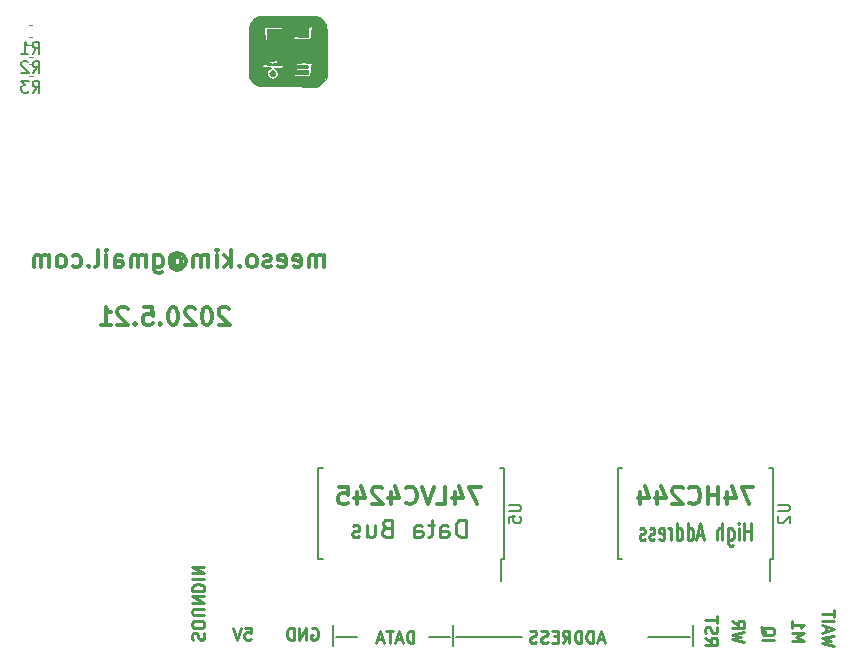
<source format=gbr>
G04 #@! TF.GenerationSoftware,KiCad,Pcbnew,5.1.5-52549c5~86~ubuntu18.04.1*
G04 #@! TF.CreationDate,2020-05-20T13:59:01+09:00*
G04 #@! TF.ProjectId,rpmpv1,72706d70-7631-42e6-9b69-6361645f7063,rev?*
G04 #@! TF.SameCoordinates,Original*
G04 #@! TF.FileFunction,Legend,Bot*
G04 #@! TF.FilePolarity,Positive*
%FSLAX46Y46*%
G04 Gerber Fmt 4.6, Leading zero omitted, Abs format (unit mm)*
G04 Created by KiCad (PCBNEW 5.1.5-52549c5~86~ubuntu18.04.1) date 2020-05-20 13:59:01*
%MOMM*%
%LPD*%
G04 APERTURE LIST*
%ADD10C,0.150000*%
%ADD11C,0.250000*%
%ADD12C,0.300000*%
%ADD13C,0.010000*%
%ADD14C,0.120000*%
G04 APERTURE END LIST*
D10*
X168910000Y-103632000D02*
X168910000Y-105410000D01*
X138430000Y-103632000D02*
X138430000Y-105410000D01*
X148590000Y-103632000D02*
X148590000Y-105410000D01*
X138684000Y-104648000D02*
X140462000Y-104648000D01*
X148336000Y-104648000D02*
X146558000Y-104648000D01*
X165100000Y-104648000D02*
X168656000Y-104648000D01*
X154432000Y-104648000D02*
X148844000Y-104648000D01*
D11*
X149692714Y-96182571D02*
X149692714Y-94682571D01*
X149335571Y-94682571D01*
X149121285Y-94754000D01*
X148978428Y-94896857D01*
X148907000Y-95039714D01*
X148835571Y-95325428D01*
X148835571Y-95539714D01*
X148907000Y-95825428D01*
X148978428Y-95968285D01*
X149121285Y-96111142D01*
X149335571Y-96182571D01*
X149692714Y-96182571D01*
X147549857Y-96182571D02*
X147549857Y-95396857D01*
X147621285Y-95254000D01*
X147764142Y-95182571D01*
X148049857Y-95182571D01*
X148192714Y-95254000D01*
X147549857Y-96111142D02*
X147692714Y-96182571D01*
X148049857Y-96182571D01*
X148192714Y-96111142D01*
X148264142Y-95968285D01*
X148264142Y-95825428D01*
X148192714Y-95682571D01*
X148049857Y-95611142D01*
X147692714Y-95611142D01*
X147549857Y-95539714D01*
X147049857Y-95182571D02*
X146478428Y-95182571D01*
X146835571Y-94682571D02*
X146835571Y-95968285D01*
X146764142Y-96111142D01*
X146621285Y-96182571D01*
X146478428Y-96182571D01*
X145335571Y-96182571D02*
X145335571Y-95396857D01*
X145407000Y-95254000D01*
X145549857Y-95182571D01*
X145835571Y-95182571D01*
X145978428Y-95254000D01*
X145335571Y-96111142D02*
X145478428Y-96182571D01*
X145835571Y-96182571D01*
X145978428Y-96111142D01*
X146049857Y-95968285D01*
X146049857Y-95825428D01*
X145978428Y-95682571D01*
X145835571Y-95611142D01*
X145478428Y-95611142D01*
X145335571Y-95539714D01*
X142978428Y-95396857D02*
X142764142Y-95468285D01*
X142692714Y-95539714D01*
X142621285Y-95682571D01*
X142621285Y-95896857D01*
X142692714Y-96039714D01*
X142764142Y-96111142D01*
X142907000Y-96182571D01*
X143478428Y-96182571D01*
X143478428Y-94682571D01*
X142978428Y-94682571D01*
X142835571Y-94754000D01*
X142764142Y-94825428D01*
X142692714Y-94968285D01*
X142692714Y-95111142D01*
X142764142Y-95254000D01*
X142835571Y-95325428D01*
X142978428Y-95396857D01*
X143478428Y-95396857D01*
X141335571Y-95182571D02*
X141335571Y-96182571D01*
X141978428Y-95182571D02*
X141978428Y-95968285D01*
X141907000Y-96111142D01*
X141764142Y-96182571D01*
X141549857Y-96182571D01*
X141407000Y-96111142D01*
X141335571Y-96039714D01*
X140692714Y-96111142D02*
X140549857Y-96182571D01*
X140264142Y-96182571D01*
X140121285Y-96111142D01*
X140049857Y-95968285D01*
X140049857Y-95896857D01*
X140121285Y-95754000D01*
X140264142Y-95682571D01*
X140478428Y-95682571D01*
X140621285Y-95611142D01*
X140692714Y-95468285D01*
X140692714Y-95396857D01*
X140621285Y-95254000D01*
X140478428Y-95182571D01*
X140264142Y-95182571D01*
X140121285Y-95254000D01*
X173854476Y-96436571D02*
X173854476Y-94936571D01*
X173854476Y-95650857D02*
X173283047Y-95650857D01*
X173283047Y-96436571D02*
X173283047Y-94936571D01*
X172806857Y-96436571D02*
X172806857Y-95436571D01*
X172806857Y-94936571D02*
X172854476Y-95008000D01*
X172806857Y-95079428D01*
X172759238Y-95008000D01*
X172806857Y-94936571D01*
X172806857Y-95079428D01*
X171902095Y-95436571D02*
X171902095Y-96650857D01*
X171949714Y-96793714D01*
X171997333Y-96865142D01*
X172092571Y-96936571D01*
X172235428Y-96936571D01*
X172330666Y-96865142D01*
X171902095Y-96365142D02*
X171997333Y-96436571D01*
X172187809Y-96436571D01*
X172283047Y-96365142D01*
X172330666Y-96293714D01*
X172378285Y-96150857D01*
X172378285Y-95722285D01*
X172330666Y-95579428D01*
X172283047Y-95508000D01*
X172187809Y-95436571D01*
X171997333Y-95436571D01*
X171902095Y-95508000D01*
X171425904Y-96436571D02*
X171425904Y-94936571D01*
X170997333Y-96436571D02*
X170997333Y-95650857D01*
X171044952Y-95508000D01*
X171140190Y-95436571D01*
X171283047Y-95436571D01*
X171378285Y-95508000D01*
X171425904Y-95579428D01*
X169806857Y-96008000D02*
X169330666Y-96008000D01*
X169902095Y-96436571D02*
X169568761Y-94936571D01*
X169235428Y-96436571D01*
X168473523Y-96436571D02*
X168473523Y-94936571D01*
X168473523Y-96365142D02*
X168568761Y-96436571D01*
X168759238Y-96436571D01*
X168854476Y-96365142D01*
X168902095Y-96293714D01*
X168949714Y-96150857D01*
X168949714Y-95722285D01*
X168902095Y-95579428D01*
X168854476Y-95508000D01*
X168759238Y-95436571D01*
X168568761Y-95436571D01*
X168473523Y-95508000D01*
X167568761Y-96436571D02*
X167568761Y-94936571D01*
X167568761Y-96365142D02*
X167664000Y-96436571D01*
X167854476Y-96436571D01*
X167949714Y-96365142D01*
X167997333Y-96293714D01*
X168044952Y-96150857D01*
X168044952Y-95722285D01*
X167997333Y-95579428D01*
X167949714Y-95508000D01*
X167854476Y-95436571D01*
X167664000Y-95436571D01*
X167568761Y-95508000D01*
X167092571Y-96436571D02*
X167092571Y-95436571D01*
X167092571Y-95722285D02*
X167044952Y-95579428D01*
X166997333Y-95508000D01*
X166902095Y-95436571D01*
X166806857Y-95436571D01*
X166092571Y-96365142D02*
X166187809Y-96436571D01*
X166378285Y-96436571D01*
X166473523Y-96365142D01*
X166521142Y-96222285D01*
X166521142Y-95650857D01*
X166473523Y-95508000D01*
X166378285Y-95436571D01*
X166187809Y-95436571D01*
X166092571Y-95508000D01*
X166044952Y-95650857D01*
X166044952Y-95793714D01*
X166521142Y-95936571D01*
X165664000Y-96365142D02*
X165568761Y-96436571D01*
X165378285Y-96436571D01*
X165283047Y-96365142D01*
X165235428Y-96222285D01*
X165235428Y-96150857D01*
X165283047Y-96008000D01*
X165378285Y-95936571D01*
X165521142Y-95936571D01*
X165616380Y-95865142D01*
X165664000Y-95722285D01*
X165664000Y-95650857D01*
X165616380Y-95508000D01*
X165521142Y-95436571D01*
X165378285Y-95436571D01*
X165283047Y-95508000D01*
X164854476Y-96365142D02*
X164759238Y-96436571D01*
X164568761Y-96436571D01*
X164473523Y-96365142D01*
X164425904Y-96222285D01*
X164425904Y-96150857D01*
X164473523Y-96008000D01*
X164568761Y-95936571D01*
X164711619Y-95936571D01*
X164806857Y-95865142D01*
X164854476Y-95722285D01*
X164854476Y-95650857D01*
X164806857Y-95508000D01*
X164711619Y-95436571D01*
X164568761Y-95436571D01*
X164473523Y-95508000D01*
X126595238Y-104846047D02*
X126547619Y-104703190D01*
X126547619Y-104465095D01*
X126595238Y-104369857D01*
X126642857Y-104322238D01*
X126738095Y-104274619D01*
X126833333Y-104274619D01*
X126928571Y-104322238D01*
X126976190Y-104369857D01*
X127023809Y-104465095D01*
X127071428Y-104655571D01*
X127119047Y-104750809D01*
X127166666Y-104798428D01*
X127261904Y-104846047D01*
X127357142Y-104846047D01*
X127452380Y-104798428D01*
X127500000Y-104750809D01*
X127547619Y-104655571D01*
X127547619Y-104417476D01*
X127500000Y-104274619D01*
X127547619Y-103655571D02*
X127547619Y-103465095D01*
X127500000Y-103369857D01*
X127404761Y-103274619D01*
X127214285Y-103227000D01*
X126880952Y-103227000D01*
X126690476Y-103274619D01*
X126595238Y-103369857D01*
X126547619Y-103465095D01*
X126547619Y-103655571D01*
X126595238Y-103750809D01*
X126690476Y-103846047D01*
X126880952Y-103893666D01*
X127214285Y-103893666D01*
X127404761Y-103846047D01*
X127500000Y-103750809D01*
X127547619Y-103655571D01*
X127547619Y-102798428D02*
X126738095Y-102798428D01*
X126642857Y-102750809D01*
X126595238Y-102703190D01*
X126547619Y-102607952D01*
X126547619Y-102417476D01*
X126595238Y-102322238D01*
X126642857Y-102274619D01*
X126738095Y-102227000D01*
X127547619Y-102227000D01*
X126547619Y-101750809D02*
X127547619Y-101750809D01*
X126547619Y-101179380D01*
X127547619Y-101179380D01*
X126547619Y-100703190D02*
X127547619Y-100703190D01*
X127547619Y-100465095D01*
X127500000Y-100322238D01*
X127404761Y-100227000D01*
X127309523Y-100179380D01*
X127119047Y-100131761D01*
X126976190Y-100131761D01*
X126785714Y-100179380D01*
X126690476Y-100227000D01*
X126595238Y-100322238D01*
X126547619Y-100465095D01*
X126547619Y-100703190D01*
X126547619Y-99703190D02*
X127547619Y-99703190D01*
X126547619Y-99227000D02*
X127547619Y-99227000D01*
X126547619Y-98655571D01*
X127547619Y-98655571D01*
D12*
X150978428Y-91888571D02*
X149978428Y-91888571D01*
X150621285Y-93388571D01*
X148764142Y-92388571D02*
X148764142Y-93388571D01*
X149121285Y-91817142D02*
X149478428Y-92888571D01*
X148549857Y-92888571D01*
X147264142Y-93388571D02*
X147978428Y-93388571D01*
X147978428Y-91888571D01*
X146978428Y-91888571D02*
X146478428Y-93388571D01*
X145978428Y-91888571D01*
X144621285Y-93245714D02*
X144692714Y-93317142D01*
X144907000Y-93388571D01*
X145049857Y-93388571D01*
X145264142Y-93317142D01*
X145407000Y-93174285D01*
X145478428Y-93031428D01*
X145549857Y-92745714D01*
X145549857Y-92531428D01*
X145478428Y-92245714D01*
X145407000Y-92102857D01*
X145264142Y-91960000D01*
X145049857Y-91888571D01*
X144907000Y-91888571D01*
X144692714Y-91960000D01*
X144621285Y-92031428D01*
X143335571Y-92388571D02*
X143335571Y-93388571D01*
X143692714Y-91817142D02*
X144049857Y-92888571D01*
X143121285Y-92888571D01*
X142621285Y-92031428D02*
X142549857Y-91960000D01*
X142407000Y-91888571D01*
X142049857Y-91888571D01*
X141907000Y-91960000D01*
X141835571Y-92031428D01*
X141764142Y-92174285D01*
X141764142Y-92317142D01*
X141835571Y-92531428D01*
X142692714Y-93388571D01*
X141764142Y-93388571D01*
X140478428Y-92388571D02*
X140478428Y-93388571D01*
X140835571Y-91817142D02*
X141192714Y-92888571D01*
X140264142Y-92888571D01*
X138978428Y-91888571D02*
X139692714Y-91888571D01*
X139764142Y-92602857D01*
X139692714Y-92531428D01*
X139549857Y-92460000D01*
X139192714Y-92460000D01*
X139049857Y-92531428D01*
X138978428Y-92602857D01*
X138907000Y-92745714D01*
X138907000Y-93102857D01*
X138978428Y-93245714D01*
X139049857Y-93317142D01*
X139192714Y-93388571D01*
X139549857Y-93388571D01*
X139692714Y-93317142D01*
X139764142Y-93245714D01*
X174056857Y-91888571D02*
X173056857Y-91888571D01*
X173699714Y-93388571D01*
X171842571Y-92388571D02*
X171842571Y-93388571D01*
X172199714Y-91817142D02*
X172556857Y-92888571D01*
X171628285Y-92888571D01*
X171056857Y-93388571D02*
X171056857Y-91888571D01*
X171056857Y-92602857D02*
X170199714Y-92602857D01*
X170199714Y-93388571D02*
X170199714Y-91888571D01*
X168628285Y-93245714D02*
X168699714Y-93317142D01*
X168914000Y-93388571D01*
X169056857Y-93388571D01*
X169271142Y-93317142D01*
X169414000Y-93174285D01*
X169485428Y-93031428D01*
X169556857Y-92745714D01*
X169556857Y-92531428D01*
X169485428Y-92245714D01*
X169414000Y-92102857D01*
X169271142Y-91960000D01*
X169056857Y-91888571D01*
X168914000Y-91888571D01*
X168699714Y-91960000D01*
X168628285Y-92031428D01*
X168056857Y-92031428D02*
X167985428Y-91960000D01*
X167842571Y-91888571D01*
X167485428Y-91888571D01*
X167342571Y-91960000D01*
X167271142Y-92031428D01*
X167199714Y-92174285D01*
X167199714Y-92317142D01*
X167271142Y-92531428D01*
X168128285Y-93388571D01*
X167199714Y-93388571D01*
X165914000Y-92388571D02*
X165914000Y-93388571D01*
X166271142Y-91817142D02*
X166628285Y-92888571D01*
X165699714Y-92888571D01*
X164485428Y-92388571D02*
X164485428Y-93388571D01*
X164842571Y-91817142D02*
X165199714Y-92888571D01*
X164271142Y-92888571D01*
D11*
X161384857Y-104814666D02*
X160908666Y-104814666D01*
X161480095Y-105100380D02*
X161146761Y-104100380D01*
X160813428Y-105100380D01*
X160480095Y-105100380D02*
X160480095Y-104100380D01*
X160242000Y-104100380D01*
X160099142Y-104148000D01*
X160003904Y-104243238D01*
X159956285Y-104338476D01*
X159908666Y-104528952D01*
X159908666Y-104671809D01*
X159956285Y-104862285D01*
X160003904Y-104957523D01*
X160099142Y-105052761D01*
X160242000Y-105100380D01*
X160480095Y-105100380D01*
X159480095Y-105100380D02*
X159480095Y-104100380D01*
X159242000Y-104100380D01*
X159099142Y-104148000D01*
X159003904Y-104243238D01*
X158956285Y-104338476D01*
X158908666Y-104528952D01*
X158908666Y-104671809D01*
X158956285Y-104862285D01*
X159003904Y-104957523D01*
X159099142Y-105052761D01*
X159242000Y-105100380D01*
X159480095Y-105100380D01*
X157908666Y-105100380D02*
X158242000Y-104624190D01*
X158480095Y-105100380D02*
X158480095Y-104100380D01*
X158099142Y-104100380D01*
X158003904Y-104148000D01*
X157956285Y-104195619D01*
X157908666Y-104290857D01*
X157908666Y-104433714D01*
X157956285Y-104528952D01*
X158003904Y-104576571D01*
X158099142Y-104624190D01*
X158480095Y-104624190D01*
X157480095Y-104576571D02*
X157146761Y-104576571D01*
X157003904Y-105100380D02*
X157480095Y-105100380D01*
X157480095Y-104100380D01*
X157003904Y-104100380D01*
X156622952Y-105052761D02*
X156480095Y-105100380D01*
X156242000Y-105100380D01*
X156146761Y-105052761D01*
X156099142Y-105005142D01*
X156051523Y-104909904D01*
X156051523Y-104814666D01*
X156099142Y-104719428D01*
X156146761Y-104671809D01*
X156242000Y-104624190D01*
X156432476Y-104576571D01*
X156527714Y-104528952D01*
X156575333Y-104481333D01*
X156622952Y-104386095D01*
X156622952Y-104290857D01*
X156575333Y-104195619D01*
X156527714Y-104148000D01*
X156432476Y-104100380D01*
X156194380Y-104100380D01*
X156051523Y-104148000D01*
X155670571Y-105052761D02*
X155527714Y-105100380D01*
X155289619Y-105100380D01*
X155194380Y-105052761D01*
X155146761Y-105005142D01*
X155099142Y-104909904D01*
X155099142Y-104814666D01*
X155146761Y-104719428D01*
X155194380Y-104671809D01*
X155289619Y-104624190D01*
X155480095Y-104576571D01*
X155575333Y-104528952D01*
X155622952Y-104481333D01*
X155670571Y-104386095D01*
X155670571Y-104290857D01*
X155622952Y-104195619D01*
X155575333Y-104148000D01*
X155480095Y-104100380D01*
X155242000Y-104100380D01*
X155099142Y-104148000D01*
X145264000Y-105100380D02*
X145264000Y-104100380D01*
X145025904Y-104100380D01*
X144883047Y-104148000D01*
X144787809Y-104243238D01*
X144740190Y-104338476D01*
X144692571Y-104528952D01*
X144692571Y-104671809D01*
X144740190Y-104862285D01*
X144787809Y-104957523D01*
X144883047Y-105052761D01*
X145025904Y-105100380D01*
X145264000Y-105100380D01*
X144311619Y-104814666D02*
X143835428Y-104814666D01*
X144406857Y-105100380D02*
X144073523Y-104100380D01*
X143740190Y-105100380D01*
X143549714Y-104100380D02*
X142978285Y-104100380D01*
X143264000Y-105100380D02*
X143264000Y-104100380D01*
X142692571Y-104814666D02*
X142216380Y-104814666D01*
X142787809Y-105100380D02*
X142454476Y-104100380D01*
X142121142Y-105100380D01*
D12*
X129634571Y-76854928D02*
X129563142Y-76783500D01*
X129420285Y-76712071D01*
X129063142Y-76712071D01*
X128920285Y-76783500D01*
X128848857Y-76854928D01*
X128777428Y-76997785D01*
X128777428Y-77140642D01*
X128848857Y-77354928D01*
X129706000Y-78212071D01*
X128777428Y-78212071D01*
X127848857Y-76712071D02*
X127706000Y-76712071D01*
X127563142Y-76783500D01*
X127491714Y-76854928D01*
X127420285Y-76997785D01*
X127348857Y-77283500D01*
X127348857Y-77640642D01*
X127420285Y-77926357D01*
X127491714Y-78069214D01*
X127563142Y-78140642D01*
X127706000Y-78212071D01*
X127848857Y-78212071D01*
X127991714Y-78140642D01*
X128063142Y-78069214D01*
X128134571Y-77926357D01*
X128206000Y-77640642D01*
X128206000Y-77283500D01*
X128134571Y-76997785D01*
X128063142Y-76854928D01*
X127991714Y-76783500D01*
X127848857Y-76712071D01*
X126777428Y-76854928D02*
X126706000Y-76783500D01*
X126563142Y-76712071D01*
X126206000Y-76712071D01*
X126063142Y-76783500D01*
X125991714Y-76854928D01*
X125920285Y-76997785D01*
X125920285Y-77140642D01*
X125991714Y-77354928D01*
X126848857Y-78212071D01*
X125920285Y-78212071D01*
X124991714Y-76712071D02*
X124848857Y-76712071D01*
X124706000Y-76783500D01*
X124634571Y-76854928D01*
X124563142Y-76997785D01*
X124491714Y-77283500D01*
X124491714Y-77640642D01*
X124563142Y-77926357D01*
X124634571Y-78069214D01*
X124706000Y-78140642D01*
X124848857Y-78212071D01*
X124991714Y-78212071D01*
X125134571Y-78140642D01*
X125206000Y-78069214D01*
X125277428Y-77926357D01*
X125348857Y-77640642D01*
X125348857Y-77283500D01*
X125277428Y-76997785D01*
X125206000Y-76854928D01*
X125134571Y-76783500D01*
X124991714Y-76712071D01*
X123848857Y-78069214D02*
X123777428Y-78140642D01*
X123848857Y-78212071D01*
X123920285Y-78140642D01*
X123848857Y-78069214D01*
X123848857Y-78212071D01*
X122420285Y-76712071D02*
X123134571Y-76712071D01*
X123206000Y-77426357D01*
X123134571Y-77354928D01*
X122991714Y-77283500D01*
X122634571Y-77283500D01*
X122491714Y-77354928D01*
X122420285Y-77426357D01*
X122348857Y-77569214D01*
X122348857Y-77926357D01*
X122420285Y-78069214D01*
X122491714Y-78140642D01*
X122634571Y-78212071D01*
X122991714Y-78212071D01*
X123134571Y-78140642D01*
X123206000Y-78069214D01*
X121706000Y-78069214D02*
X121634571Y-78140642D01*
X121706000Y-78212071D01*
X121777428Y-78140642D01*
X121706000Y-78069214D01*
X121706000Y-78212071D01*
X121063142Y-76854928D02*
X120991714Y-76783500D01*
X120848857Y-76712071D01*
X120491714Y-76712071D01*
X120348857Y-76783500D01*
X120277428Y-76854928D01*
X120206000Y-76997785D01*
X120206000Y-77140642D01*
X120277428Y-77354928D01*
X121134571Y-78212071D01*
X120206000Y-78212071D01*
X118777428Y-78212071D02*
X119634571Y-78212071D01*
X119206000Y-78212071D02*
X119206000Y-76712071D01*
X119348857Y-76926357D01*
X119491714Y-77069214D01*
X119634571Y-77140642D01*
D11*
X131000476Y-103846380D02*
X131476666Y-103846380D01*
X131524285Y-104322571D01*
X131476666Y-104274952D01*
X131381428Y-104227333D01*
X131143333Y-104227333D01*
X131048095Y-104274952D01*
X131000476Y-104322571D01*
X130952857Y-104417809D01*
X130952857Y-104655904D01*
X131000476Y-104751142D01*
X131048095Y-104798761D01*
X131143333Y-104846380D01*
X131381428Y-104846380D01*
X131476666Y-104798761D01*
X131524285Y-104751142D01*
X130667142Y-103846380D02*
X130333809Y-104846380D01*
X130000476Y-103846380D01*
X136651904Y-103894000D02*
X136747142Y-103846380D01*
X136890000Y-103846380D01*
X137032857Y-103894000D01*
X137128095Y-103989238D01*
X137175714Y-104084476D01*
X137223333Y-104274952D01*
X137223333Y-104417809D01*
X137175714Y-104608285D01*
X137128095Y-104703523D01*
X137032857Y-104798761D01*
X136890000Y-104846380D01*
X136794761Y-104846380D01*
X136651904Y-104798761D01*
X136604285Y-104751142D01*
X136604285Y-104417809D01*
X136794761Y-104417809D01*
X136175714Y-104846380D02*
X136175714Y-103846380D01*
X135604285Y-104846380D01*
X135604285Y-103846380D01*
X135128095Y-104846380D02*
X135128095Y-103846380D01*
X134890000Y-103846380D01*
X134747142Y-103894000D01*
X134651904Y-103989238D01*
X134604285Y-104084476D01*
X134556666Y-104274952D01*
X134556666Y-104417809D01*
X134604285Y-104608285D01*
X134651904Y-104703523D01*
X134747142Y-104798761D01*
X134890000Y-104846380D01*
X135128095Y-104846380D01*
X173267619Y-105068571D02*
X172267619Y-104830476D01*
X172981904Y-104640000D01*
X172267619Y-104449523D01*
X173267619Y-104211428D01*
X172267619Y-103259047D02*
X172743809Y-103592380D01*
X172267619Y-103830476D02*
X173267619Y-103830476D01*
X173267619Y-103449523D01*
X173220000Y-103354285D01*
X173172380Y-103306666D01*
X173077142Y-103259047D01*
X172934285Y-103259047D01*
X172839047Y-103306666D01*
X172791428Y-103354285D01*
X172743809Y-103449523D01*
X172743809Y-103830476D01*
X174807619Y-104917809D02*
X175807619Y-104917809D01*
X174712380Y-103774952D02*
X174760000Y-103870190D01*
X174855238Y-103965428D01*
X174998095Y-104108285D01*
X175045714Y-104203523D01*
X175045714Y-104298761D01*
X174807619Y-104251142D02*
X174855238Y-104346380D01*
X174950476Y-104441619D01*
X175140952Y-104489238D01*
X175474285Y-104489238D01*
X175664761Y-104441619D01*
X175760000Y-104346380D01*
X175807619Y-104251142D01*
X175807619Y-104060666D01*
X175760000Y-103965428D01*
X175664761Y-103870190D01*
X175474285Y-103822571D01*
X175140952Y-103822571D01*
X174950476Y-103870190D01*
X174855238Y-103965428D01*
X174807619Y-104060666D01*
X174807619Y-104251142D01*
X177347619Y-104949523D02*
X178347619Y-104949523D01*
X177633333Y-104616190D01*
X178347619Y-104282857D01*
X177347619Y-104282857D01*
X177347619Y-103282857D02*
X177347619Y-103854285D01*
X177347619Y-103568571D02*
X178347619Y-103568571D01*
X178204761Y-103663809D01*
X178109523Y-103759047D01*
X178061904Y-103854285D01*
X180887619Y-105362190D02*
X179887619Y-105124095D01*
X180601904Y-104933619D01*
X179887619Y-104743142D01*
X180887619Y-104505047D01*
X180173333Y-104171714D02*
X180173333Y-103695523D01*
X179887619Y-104266952D02*
X180887619Y-103933619D01*
X179887619Y-103600285D01*
X179887619Y-103266952D02*
X180887619Y-103266952D01*
X180887619Y-102933619D02*
X180887619Y-102362190D01*
X179887619Y-102647904D02*
X180887619Y-102647904D01*
X169981619Y-104687619D02*
X170457809Y-105020952D01*
X169981619Y-105259047D02*
X170981619Y-105259047D01*
X170981619Y-104878095D01*
X170934000Y-104782857D01*
X170886380Y-104735238D01*
X170791142Y-104687619D01*
X170648285Y-104687619D01*
X170553047Y-104735238D01*
X170505428Y-104782857D01*
X170457809Y-104878095D01*
X170457809Y-105259047D01*
X170029238Y-104306666D02*
X169981619Y-104163809D01*
X169981619Y-103925714D01*
X170029238Y-103830476D01*
X170076857Y-103782857D01*
X170172095Y-103735238D01*
X170267333Y-103735238D01*
X170362571Y-103782857D01*
X170410190Y-103830476D01*
X170457809Y-103925714D01*
X170505428Y-104116190D01*
X170553047Y-104211428D01*
X170600666Y-104259047D01*
X170695904Y-104306666D01*
X170791142Y-104306666D01*
X170886380Y-104259047D01*
X170934000Y-104211428D01*
X170981619Y-104116190D01*
X170981619Y-103878095D01*
X170934000Y-103735238D01*
X170981619Y-103449523D02*
X170981619Y-102878095D01*
X169981619Y-103163809D02*
X170981619Y-103163809D01*
D12*
X137698214Y-73322571D02*
X137698214Y-72322571D01*
X137698214Y-72465428D02*
X137626785Y-72394000D01*
X137483928Y-72322571D01*
X137269642Y-72322571D01*
X137126785Y-72394000D01*
X137055357Y-72536857D01*
X137055357Y-73322571D01*
X137055357Y-72536857D02*
X136983928Y-72394000D01*
X136841071Y-72322571D01*
X136626785Y-72322571D01*
X136483928Y-72394000D01*
X136412500Y-72536857D01*
X136412500Y-73322571D01*
X135126785Y-73251142D02*
X135269642Y-73322571D01*
X135555357Y-73322571D01*
X135698214Y-73251142D01*
X135769642Y-73108285D01*
X135769642Y-72536857D01*
X135698214Y-72394000D01*
X135555357Y-72322571D01*
X135269642Y-72322571D01*
X135126785Y-72394000D01*
X135055357Y-72536857D01*
X135055357Y-72679714D01*
X135769642Y-72822571D01*
X133841071Y-73251142D02*
X133983928Y-73322571D01*
X134269642Y-73322571D01*
X134412500Y-73251142D01*
X134483928Y-73108285D01*
X134483928Y-72536857D01*
X134412500Y-72394000D01*
X134269642Y-72322571D01*
X133983928Y-72322571D01*
X133841071Y-72394000D01*
X133769642Y-72536857D01*
X133769642Y-72679714D01*
X134483928Y-72822571D01*
X133198214Y-73251142D02*
X133055357Y-73322571D01*
X132769642Y-73322571D01*
X132626785Y-73251142D01*
X132555357Y-73108285D01*
X132555357Y-73036857D01*
X132626785Y-72894000D01*
X132769642Y-72822571D01*
X132983928Y-72822571D01*
X133126785Y-72751142D01*
X133198214Y-72608285D01*
X133198214Y-72536857D01*
X133126785Y-72394000D01*
X132983928Y-72322571D01*
X132769642Y-72322571D01*
X132626785Y-72394000D01*
X131698214Y-73322571D02*
X131841071Y-73251142D01*
X131912500Y-73179714D01*
X131983928Y-73036857D01*
X131983928Y-72608285D01*
X131912500Y-72465428D01*
X131841071Y-72394000D01*
X131698214Y-72322571D01*
X131483928Y-72322571D01*
X131341071Y-72394000D01*
X131269642Y-72465428D01*
X131198214Y-72608285D01*
X131198214Y-73036857D01*
X131269642Y-73179714D01*
X131341071Y-73251142D01*
X131483928Y-73322571D01*
X131698214Y-73322571D01*
X130555357Y-73179714D02*
X130483928Y-73251142D01*
X130555357Y-73322571D01*
X130626785Y-73251142D01*
X130555357Y-73179714D01*
X130555357Y-73322571D01*
X129841071Y-73322571D02*
X129841071Y-71822571D01*
X129698214Y-72751142D02*
X129269642Y-73322571D01*
X129269642Y-72322571D02*
X129841071Y-72894000D01*
X128626785Y-73322571D02*
X128626785Y-72322571D01*
X128626785Y-71822571D02*
X128698214Y-71894000D01*
X128626785Y-71965428D01*
X128555357Y-71894000D01*
X128626785Y-71822571D01*
X128626785Y-71965428D01*
X127912500Y-73322571D02*
X127912500Y-72322571D01*
X127912500Y-72465428D02*
X127841071Y-72394000D01*
X127698214Y-72322571D01*
X127483928Y-72322571D01*
X127341071Y-72394000D01*
X127269642Y-72536857D01*
X127269642Y-73322571D01*
X127269642Y-72536857D02*
X127198214Y-72394000D01*
X127055357Y-72322571D01*
X126841071Y-72322571D01*
X126698214Y-72394000D01*
X126626785Y-72536857D01*
X126626785Y-73322571D01*
X124983928Y-72608285D02*
X125055357Y-72536857D01*
X125198214Y-72465428D01*
X125341071Y-72465428D01*
X125483928Y-72536857D01*
X125555357Y-72608285D01*
X125626785Y-72751142D01*
X125626785Y-72894000D01*
X125555357Y-73036857D01*
X125483928Y-73108285D01*
X125341071Y-73179714D01*
X125198214Y-73179714D01*
X125055357Y-73108285D01*
X124983928Y-73036857D01*
X124983928Y-72465428D02*
X124983928Y-73036857D01*
X124912500Y-73108285D01*
X124841071Y-73108285D01*
X124698214Y-73036857D01*
X124626785Y-72894000D01*
X124626785Y-72536857D01*
X124769642Y-72322571D01*
X124983928Y-72179714D01*
X125269642Y-72108285D01*
X125555357Y-72179714D01*
X125769642Y-72322571D01*
X125912500Y-72536857D01*
X125983928Y-72822571D01*
X125912500Y-73108285D01*
X125769642Y-73322571D01*
X125555357Y-73465428D01*
X125269642Y-73536857D01*
X124983928Y-73465428D01*
X124769642Y-73322571D01*
X123341071Y-72322571D02*
X123341071Y-73536857D01*
X123412500Y-73679714D01*
X123483928Y-73751142D01*
X123626785Y-73822571D01*
X123841071Y-73822571D01*
X123983928Y-73751142D01*
X123341071Y-73251142D02*
X123483928Y-73322571D01*
X123769642Y-73322571D01*
X123912500Y-73251142D01*
X123983928Y-73179714D01*
X124055357Y-73036857D01*
X124055357Y-72608285D01*
X123983928Y-72465428D01*
X123912500Y-72394000D01*
X123769642Y-72322571D01*
X123483928Y-72322571D01*
X123341071Y-72394000D01*
X122626785Y-73322571D02*
X122626785Y-72322571D01*
X122626785Y-72465428D02*
X122555357Y-72394000D01*
X122412500Y-72322571D01*
X122198214Y-72322571D01*
X122055357Y-72394000D01*
X121983928Y-72536857D01*
X121983928Y-73322571D01*
X121983928Y-72536857D02*
X121912500Y-72394000D01*
X121769642Y-72322571D01*
X121555357Y-72322571D01*
X121412500Y-72394000D01*
X121341071Y-72536857D01*
X121341071Y-73322571D01*
X119983928Y-73322571D02*
X119983928Y-72536857D01*
X120055357Y-72394000D01*
X120198214Y-72322571D01*
X120483928Y-72322571D01*
X120626785Y-72394000D01*
X119983928Y-73251142D02*
X120126785Y-73322571D01*
X120483928Y-73322571D01*
X120626785Y-73251142D01*
X120698214Y-73108285D01*
X120698214Y-72965428D01*
X120626785Y-72822571D01*
X120483928Y-72751142D01*
X120126785Y-72751142D01*
X119983928Y-72679714D01*
X119269642Y-73322571D02*
X119269642Y-72322571D01*
X119269642Y-71822571D02*
X119341071Y-71894000D01*
X119269642Y-71965428D01*
X119198214Y-71894000D01*
X119269642Y-71822571D01*
X119269642Y-71965428D01*
X118341071Y-73322571D02*
X118483928Y-73251142D01*
X118555357Y-73108285D01*
X118555357Y-71822571D01*
X117769642Y-73179714D02*
X117698214Y-73251142D01*
X117769642Y-73322571D01*
X117841071Y-73251142D01*
X117769642Y-73179714D01*
X117769642Y-73322571D01*
X116412500Y-73251142D02*
X116555357Y-73322571D01*
X116841071Y-73322571D01*
X116983928Y-73251142D01*
X117055357Y-73179714D01*
X117126785Y-73036857D01*
X117126785Y-72608285D01*
X117055357Y-72465428D01*
X116983928Y-72394000D01*
X116841071Y-72322571D01*
X116555357Y-72322571D01*
X116412500Y-72394000D01*
X115555357Y-73322571D02*
X115698214Y-73251142D01*
X115769642Y-73179714D01*
X115841071Y-73036857D01*
X115841071Y-72608285D01*
X115769642Y-72465428D01*
X115698214Y-72394000D01*
X115555357Y-72322571D01*
X115341071Y-72322571D01*
X115198214Y-72394000D01*
X115126785Y-72465428D01*
X115055357Y-72608285D01*
X115055357Y-73036857D01*
X115126785Y-73179714D01*
X115198214Y-73251142D01*
X115341071Y-73322571D01*
X115555357Y-73322571D01*
X114412500Y-73322571D02*
X114412500Y-72322571D01*
X114412500Y-72465428D02*
X114341071Y-72394000D01*
X114198214Y-72322571D01*
X113983928Y-72322571D01*
X113841071Y-72394000D01*
X113769642Y-72536857D01*
X113769642Y-73322571D01*
X113769642Y-72536857D02*
X113698214Y-72394000D01*
X113555357Y-72322571D01*
X113341071Y-72322571D01*
X113198214Y-72394000D01*
X113126785Y-72536857D01*
X113126785Y-73322571D01*
D10*
X175739000Y-98046500D02*
X175489000Y-98046500D01*
X175739000Y-90296500D02*
X175404000Y-90296500D01*
X162589000Y-90296500D02*
X162924000Y-90296500D01*
X162589000Y-98046500D02*
X162924000Y-98046500D01*
X175739000Y-98046500D02*
X175739000Y-90296500D01*
X162589000Y-98046500D02*
X162589000Y-90296500D01*
X175489000Y-98046500D02*
X175489000Y-99846500D01*
X152973000Y-98044500D02*
X152698000Y-98044500D01*
X152973000Y-90294500D02*
X152608000Y-90294500D01*
X137223000Y-90294500D02*
X137588000Y-90294500D01*
X137223000Y-98044500D02*
X137588000Y-98044500D01*
X152973000Y-98044500D02*
X152973000Y-90294500D01*
X137223000Y-98044500D02*
X137223000Y-90294500D01*
X152698000Y-98044500D02*
X152698000Y-99869500D01*
D13*
G36*
X134048452Y-52021490D02*
G01*
X133556638Y-52022393D01*
X133148092Y-52025230D01*
X132813650Y-52031088D01*
X132544146Y-52041058D01*
X132330414Y-52056227D01*
X132163290Y-52077685D01*
X132033607Y-52106520D01*
X131932201Y-52143822D01*
X131849905Y-52190679D01*
X131777555Y-52248180D01*
X131705985Y-52317415D01*
X131649051Y-52375901D01*
X131574255Y-52454627D01*
X131512039Y-52529822D01*
X131461315Y-52611193D01*
X131420993Y-52708450D01*
X131389986Y-52831300D01*
X131367204Y-52989452D01*
X131351559Y-53192614D01*
X131341963Y-53450494D01*
X131337327Y-53772801D01*
X131336562Y-54169243D01*
X131338580Y-54649528D01*
X131341583Y-55118000D01*
X131356100Y-57277000D01*
X131499863Y-57488837D01*
X131636586Y-57653080D01*
X131803741Y-57806361D01*
X131855463Y-57844437D01*
X132067300Y-57988200D01*
X134560779Y-58002268D01*
X137054258Y-58016337D01*
X137328595Y-57873022D01*
X137552977Y-57726064D01*
X137719320Y-57538561D01*
X137756116Y-57482017D01*
X137909300Y-57234327D01*
X137918080Y-56044441D01*
X136760869Y-56044441D01*
X136739461Y-56086375D01*
X136664700Y-56134000D01*
X136612922Y-56174263D01*
X136582236Y-56242152D01*
X136567394Y-56361192D01*
X136563148Y-56554905D01*
X136563100Y-56589358D01*
X136560055Y-56803957D01*
X136540858Y-56955342D01*
X136490420Y-57054541D01*
X136393648Y-57112581D01*
X136235452Y-57140490D01*
X136000741Y-57149296D01*
X135795878Y-57150000D01*
X135530433Y-57147862D01*
X135350098Y-57140105D01*
X135238444Y-57124707D01*
X135179045Y-57099650D01*
X135158230Y-57071609D01*
X135148188Y-56986612D01*
X135159555Y-56961811D01*
X135220179Y-56950061D01*
X135360302Y-56942368D01*
X135557877Y-56939498D01*
X135750031Y-56941334D01*
X136309100Y-56952262D01*
X136309100Y-56645812D01*
X135839781Y-56631206D01*
X135614779Y-56621595D01*
X135472340Y-56607029D01*
X135393429Y-56583460D01*
X135359013Y-56546834D01*
X135353456Y-56527700D01*
X135355251Y-56486399D01*
X135391577Y-56460222D01*
X135480164Y-56445811D01*
X135638740Y-56439807D01*
X135822776Y-56438800D01*
X136047379Y-56437935D01*
X136189340Y-56432040D01*
X136267618Y-56416164D01*
X136301170Y-56385357D01*
X136308955Y-56334667D01*
X136309100Y-56311800D01*
X136308789Y-56305991D01*
X134209571Y-56305991D01*
X134131812Y-56392456D01*
X134036491Y-56445881D01*
X133906427Y-56465454D01*
X133730029Y-56458549D01*
X133572058Y-56448359D01*
X133501122Y-56453071D01*
X133503358Y-56475678D01*
X133536043Y-56500420D01*
X133718421Y-56661591D01*
X133813871Y-56833923D01*
X133819193Y-57004487D01*
X133731188Y-57160355D01*
X133705600Y-57185478D01*
X133523612Y-57311525D01*
X133338987Y-57347202D01*
X133124323Y-57296866D01*
X133090420Y-57283248D01*
X132926122Y-57170393D01*
X132841572Y-57017809D01*
X132836561Y-56848453D01*
X132910884Y-56685285D01*
X133064333Y-56551261D01*
X133097189Y-56533568D01*
X133192925Y-56472822D01*
X133198129Y-56429526D01*
X133109833Y-56402214D01*
X132925067Y-56389417D01*
X132802744Y-56388000D01*
X132593380Y-56374098D01*
X132481163Y-56332515D01*
X132466370Y-56263429D01*
X132513249Y-56199680D01*
X132559646Y-56166301D01*
X132628905Y-56149301D01*
X132741264Y-56148243D01*
X132916966Y-56162687D01*
X133127529Y-56186388D01*
X133382314Y-56210749D01*
X133629422Y-56224343D01*
X133833055Y-56225653D01*
X133918755Y-56219994D01*
X134101449Y-56213238D01*
X134200003Y-56243211D01*
X134209571Y-56305991D01*
X136308789Y-56305991D01*
X136306009Y-56254166D01*
X136284368Y-56217295D01*
X136225628Y-56196549D01*
X136111239Y-56187291D01*
X135922652Y-56184884D01*
X135801100Y-56184800D01*
X135569891Y-56183405D01*
X135421879Y-56176770D01*
X135338677Y-56161216D01*
X135301894Y-56133066D01*
X135293142Y-56088641D01*
X135293100Y-56083200D01*
X135298230Y-56043587D01*
X135323851Y-56015870D01*
X135385309Y-55997934D01*
X135497951Y-55987661D01*
X135677124Y-55982934D01*
X135938175Y-55981636D01*
X136029700Y-55981600D01*
X136348184Y-55984737D01*
X136571817Y-55995202D01*
X136707183Y-56014577D01*
X136760869Y-56044441D01*
X137918080Y-56044441D01*
X137919484Y-55854192D01*
X133719130Y-55854192D01*
X133678413Y-55937887D01*
X133605397Y-56004119D01*
X133466115Y-56060284D01*
X133289980Y-56081099D01*
X133127649Y-56063514D01*
X133063198Y-56036749D01*
X133004469Y-55965675D01*
X133031801Y-55897438D01*
X133130359Y-55846817D01*
X133272206Y-55828506D01*
X133438374Y-55820894D01*
X133579051Y-55802869D01*
X133604000Y-55797181D01*
X133694270Y-55799072D01*
X133719130Y-55854192D01*
X137919484Y-55854192D01*
X137924887Y-55122063D01*
X137928125Y-54507809D01*
X137928001Y-53992280D01*
X137924464Y-53572657D01*
X137917462Y-53246120D01*
X137906947Y-53009847D01*
X137905071Y-52990014D01*
X136813320Y-52990014D01*
X136773462Y-53050219D01*
X136721308Y-53082892D01*
X136666694Y-53133406D01*
X136632440Y-53228846D01*
X136611788Y-53392707D01*
X136605699Y-53484848D01*
X136592170Y-53678004D01*
X136566733Y-53815655D01*
X136514140Y-53907202D01*
X136419140Y-53962049D01*
X136266484Y-53989596D01*
X136040920Y-53999246D01*
X135769480Y-54000400D01*
X135495069Y-53999487D01*
X135306337Y-53995227D01*
X135187371Y-53985333D01*
X135122257Y-53967522D01*
X135095079Y-53939509D01*
X135089900Y-53902836D01*
X135133814Y-53819724D01*
X135245466Y-53771506D01*
X135394729Y-53765797D01*
X135516182Y-53795102D01*
X135641380Y-53823356D01*
X135823786Y-53842549D01*
X135982208Y-53848000D01*
X136309100Y-53848000D01*
X136309100Y-53489060D01*
X136317006Y-53241736D01*
X136346721Y-53078897D01*
X136407245Y-52984238D01*
X136409031Y-52983476D01*
X134226300Y-52983476D01*
X134210285Y-53014220D01*
X134137062Y-53083169D01*
X134129055Y-53089890D01*
X134066493Y-53134781D01*
X133994845Y-53162048D01*
X133892008Y-53173901D01*
X133735880Y-53172549D01*
X133504358Y-53160201D01*
X133455955Y-53157170D01*
X132905500Y-53122339D01*
X132905500Y-53637569D01*
X132903120Y-53875757D01*
X132894292Y-54029244D01*
X132876487Y-54114853D01*
X132847177Y-54149407D01*
X132828043Y-54152800D01*
X132754744Y-54110262D01*
X132701043Y-54022492D01*
X132678829Y-53914041D01*
X132661768Y-53735519D01*
X132652466Y-53518424D01*
X132651500Y-53423929D01*
X132651500Y-52955672D01*
X133426200Y-52967422D01*
X133696214Y-52971762D01*
X133928658Y-52975960D01*
X134105352Y-52979652D01*
X134208111Y-52982473D01*
X134226300Y-52983476D01*
X136409031Y-52983476D01*
X136507579Y-52941453D01*
X136615688Y-52933600D01*
X136759107Y-52948849D01*
X136813320Y-52990014D01*
X137905071Y-52990014D01*
X137892868Y-52861019D01*
X137883801Y-52816141D01*
X137783601Y-52607287D01*
X137617932Y-52395950D01*
X137416559Y-52215050D01*
X137248900Y-52113975D01*
X137195535Y-52092454D01*
X137132180Y-52074533D01*
X137049612Y-52059886D01*
X136938607Y-52048188D01*
X136789940Y-52039111D01*
X136594386Y-52032329D01*
X136342721Y-52027517D01*
X136025720Y-52024347D01*
X135634160Y-52022494D01*
X135158815Y-52021631D01*
X134632700Y-52021431D01*
X134048452Y-52021490D01*
G37*
X134048452Y-52021490D02*
X133556638Y-52022393D01*
X133148092Y-52025230D01*
X132813650Y-52031088D01*
X132544146Y-52041058D01*
X132330414Y-52056227D01*
X132163290Y-52077685D01*
X132033607Y-52106520D01*
X131932201Y-52143822D01*
X131849905Y-52190679D01*
X131777555Y-52248180D01*
X131705985Y-52317415D01*
X131649051Y-52375901D01*
X131574255Y-52454627D01*
X131512039Y-52529822D01*
X131461315Y-52611193D01*
X131420993Y-52708450D01*
X131389986Y-52831300D01*
X131367204Y-52989452D01*
X131351559Y-53192614D01*
X131341963Y-53450494D01*
X131337327Y-53772801D01*
X131336562Y-54169243D01*
X131338580Y-54649528D01*
X131341583Y-55118000D01*
X131356100Y-57277000D01*
X131499863Y-57488837D01*
X131636586Y-57653080D01*
X131803741Y-57806361D01*
X131855463Y-57844437D01*
X132067300Y-57988200D01*
X134560779Y-58002268D01*
X137054258Y-58016337D01*
X137328595Y-57873022D01*
X137552977Y-57726064D01*
X137719320Y-57538561D01*
X137756116Y-57482017D01*
X137909300Y-57234327D01*
X137918080Y-56044441D01*
X136760869Y-56044441D01*
X136739461Y-56086375D01*
X136664700Y-56134000D01*
X136612922Y-56174263D01*
X136582236Y-56242152D01*
X136567394Y-56361192D01*
X136563148Y-56554905D01*
X136563100Y-56589358D01*
X136560055Y-56803957D01*
X136540858Y-56955342D01*
X136490420Y-57054541D01*
X136393648Y-57112581D01*
X136235452Y-57140490D01*
X136000741Y-57149296D01*
X135795878Y-57150000D01*
X135530433Y-57147862D01*
X135350098Y-57140105D01*
X135238444Y-57124707D01*
X135179045Y-57099650D01*
X135158230Y-57071609D01*
X135148188Y-56986612D01*
X135159555Y-56961811D01*
X135220179Y-56950061D01*
X135360302Y-56942368D01*
X135557877Y-56939498D01*
X135750031Y-56941334D01*
X136309100Y-56952262D01*
X136309100Y-56645812D01*
X135839781Y-56631206D01*
X135614779Y-56621595D01*
X135472340Y-56607029D01*
X135393429Y-56583460D01*
X135359013Y-56546834D01*
X135353456Y-56527700D01*
X135355251Y-56486399D01*
X135391577Y-56460222D01*
X135480164Y-56445811D01*
X135638740Y-56439807D01*
X135822776Y-56438800D01*
X136047379Y-56437935D01*
X136189340Y-56432040D01*
X136267618Y-56416164D01*
X136301170Y-56385357D01*
X136308955Y-56334667D01*
X136309100Y-56311800D01*
X136308789Y-56305991D01*
X134209571Y-56305991D01*
X134131812Y-56392456D01*
X134036491Y-56445881D01*
X133906427Y-56465454D01*
X133730029Y-56458549D01*
X133572058Y-56448359D01*
X133501122Y-56453071D01*
X133503358Y-56475678D01*
X133536043Y-56500420D01*
X133718421Y-56661591D01*
X133813871Y-56833923D01*
X133819193Y-57004487D01*
X133731188Y-57160355D01*
X133705600Y-57185478D01*
X133523612Y-57311525D01*
X133338987Y-57347202D01*
X133124323Y-57296866D01*
X133090420Y-57283248D01*
X132926122Y-57170393D01*
X132841572Y-57017809D01*
X132836561Y-56848453D01*
X132910884Y-56685285D01*
X133064333Y-56551261D01*
X133097189Y-56533568D01*
X133192925Y-56472822D01*
X133198129Y-56429526D01*
X133109833Y-56402214D01*
X132925067Y-56389417D01*
X132802744Y-56388000D01*
X132593380Y-56374098D01*
X132481163Y-56332515D01*
X132466370Y-56263429D01*
X132513249Y-56199680D01*
X132559646Y-56166301D01*
X132628905Y-56149301D01*
X132741264Y-56148243D01*
X132916966Y-56162687D01*
X133127529Y-56186388D01*
X133382314Y-56210749D01*
X133629422Y-56224343D01*
X133833055Y-56225653D01*
X133918755Y-56219994D01*
X134101449Y-56213238D01*
X134200003Y-56243211D01*
X134209571Y-56305991D01*
X136308789Y-56305991D01*
X136306009Y-56254166D01*
X136284368Y-56217295D01*
X136225628Y-56196549D01*
X136111239Y-56187291D01*
X135922652Y-56184884D01*
X135801100Y-56184800D01*
X135569891Y-56183405D01*
X135421879Y-56176770D01*
X135338677Y-56161216D01*
X135301894Y-56133066D01*
X135293142Y-56088641D01*
X135293100Y-56083200D01*
X135298230Y-56043587D01*
X135323851Y-56015870D01*
X135385309Y-55997934D01*
X135497951Y-55987661D01*
X135677124Y-55982934D01*
X135938175Y-55981636D01*
X136029700Y-55981600D01*
X136348184Y-55984737D01*
X136571817Y-55995202D01*
X136707183Y-56014577D01*
X136760869Y-56044441D01*
X137918080Y-56044441D01*
X137919484Y-55854192D01*
X133719130Y-55854192D01*
X133678413Y-55937887D01*
X133605397Y-56004119D01*
X133466115Y-56060284D01*
X133289980Y-56081099D01*
X133127649Y-56063514D01*
X133063198Y-56036749D01*
X133004469Y-55965675D01*
X133031801Y-55897438D01*
X133130359Y-55846817D01*
X133272206Y-55828506D01*
X133438374Y-55820894D01*
X133579051Y-55802869D01*
X133604000Y-55797181D01*
X133694270Y-55799072D01*
X133719130Y-55854192D01*
X137919484Y-55854192D01*
X137924887Y-55122063D01*
X137928125Y-54507809D01*
X137928001Y-53992280D01*
X137924464Y-53572657D01*
X137917462Y-53246120D01*
X137906947Y-53009847D01*
X137905071Y-52990014D01*
X136813320Y-52990014D01*
X136773462Y-53050219D01*
X136721308Y-53082892D01*
X136666694Y-53133406D01*
X136632440Y-53228846D01*
X136611788Y-53392707D01*
X136605699Y-53484848D01*
X136592170Y-53678004D01*
X136566733Y-53815655D01*
X136514140Y-53907202D01*
X136419140Y-53962049D01*
X136266484Y-53989596D01*
X136040920Y-53999246D01*
X135769480Y-54000400D01*
X135495069Y-53999487D01*
X135306337Y-53995227D01*
X135187371Y-53985333D01*
X135122257Y-53967522D01*
X135095079Y-53939509D01*
X135089900Y-53902836D01*
X135133814Y-53819724D01*
X135245466Y-53771506D01*
X135394729Y-53765797D01*
X135516182Y-53795102D01*
X135641380Y-53823356D01*
X135823786Y-53842549D01*
X135982208Y-53848000D01*
X136309100Y-53848000D01*
X136309100Y-53489060D01*
X136317006Y-53241736D01*
X136346721Y-53078897D01*
X136407245Y-52984238D01*
X136409031Y-52983476D01*
X134226300Y-52983476D01*
X134210285Y-53014220D01*
X134137062Y-53083169D01*
X134129055Y-53089890D01*
X134066493Y-53134781D01*
X133994845Y-53162048D01*
X133892008Y-53173901D01*
X133735880Y-53172549D01*
X133504358Y-53160201D01*
X133455955Y-53157170D01*
X132905500Y-53122339D01*
X132905500Y-53637569D01*
X132903120Y-53875757D01*
X132894292Y-54029244D01*
X132876487Y-54114853D01*
X132847177Y-54149407D01*
X132828043Y-54152800D01*
X132754744Y-54110262D01*
X132701043Y-54022492D01*
X132678829Y-53914041D01*
X132661768Y-53735519D01*
X132652466Y-53518424D01*
X132651500Y-53423929D01*
X132651500Y-52955672D01*
X133426200Y-52967422D01*
X133696214Y-52971762D01*
X133928658Y-52975960D01*
X134105352Y-52979652D01*
X134208111Y-52982473D01*
X134226300Y-52983476D01*
X136409031Y-52983476D01*
X136507579Y-52941453D01*
X136615688Y-52933600D01*
X136759107Y-52948849D01*
X136813320Y-52990014D01*
X137905071Y-52990014D01*
X137892868Y-52861019D01*
X137883801Y-52816141D01*
X137783601Y-52607287D01*
X137617932Y-52395950D01*
X137416559Y-52215050D01*
X137248900Y-52113975D01*
X137195535Y-52092454D01*
X137132180Y-52074533D01*
X137049612Y-52059886D01*
X136938607Y-52048188D01*
X136789940Y-52039111D01*
X136594386Y-52032329D01*
X136342721Y-52027517D01*
X136025720Y-52024347D01*
X135634160Y-52022494D01*
X135158815Y-52021631D01*
X134632700Y-52021431D01*
X134048452Y-52021490D01*
G36*
X133250009Y-56675515D02*
G01*
X133150768Y-56752913D01*
X133075402Y-56839476D01*
X133057900Y-56884696D01*
X133084352Y-56951877D01*
X133136981Y-57037096D01*
X133249544Y-57126911D01*
X133386546Y-57145842D01*
X133504940Y-57089040D01*
X133559902Y-56973645D01*
X133547642Y-56837685D01*
X133481905Y-56717038D01*
X133376437Y-56647580D01*
X133333672Y-56642000D01*
X133250009Y-56675515D01*
G37*
X133250009Y-56675515D02*
X133150768Y-56752913D01*
X133075402Y-56839476D01*
X133057900Y-56884696D01*
X133084352Y-56951877D01*
X133136981Y-57037096D01*
X133249544Y-57126911D01*
X133386546Y-57145842D01*
X133504940Y-57089040D01*
X133559902Y-56973645D01*
X133547642Y-56837685D01*
X133481905Y-56717038D01*
X133376437Y-56647580D01*
X133333672Y-56642000D01*
X133250009Y-56675515D01*
D14*
X112689221Y-53850000D02*
X113014779Y-53850000D01*
X112689221Y-52830000D02*
X113014779Y-52830000D01*
X112697221Y-54481000D02*
X113022779Y-54481000D01*
X112697221Y-55501000D02*
X113022779Y-55501000D01*
X112697221Y-57152000D02*
X113022779Y-57152000D01*
X112697221Y-56132000D02*
X113022779Y-56132000D01*
D10*
X176116380Y-93409595D02*
X176925904Y-93409595D01*
X177021142Y-93457214D01*
X177068761Y-93504833D01*
X177116380Y-93600071D01*
X177116380Y-93790547D01*
X177068761Y-93885785D01*
X177021142Y-93933404D01*
X176925904Y-93981023D01*
X176116380Y-93981023D01*
X176211619Y-94409595D02*
X176164000Y-94457214D01*
X176116380Y-94552452D01*
X176116380Y-94790547D01*
X176164000Y-94885785D01*
X176211619Y-94933404D01*
X176306857Y-94981023D01*
X176402095Y-94981023D01*
X176544952Y-94933404D01*
X177116380Y-94361976D01*
X177116380Y-94981023D01*
X153350380Y-93407595D02*
X154159904Y-93407595D01*
X154255142Y-93455214D01*
X154302761Y-93502833D01*
X154350380Y-93598071D01*
X154350380Y-93788547D01*
X154302761Y-93883785D01*
X154255142Y-93931404D01*
X154159904Y-93979023D01*
X153350380Y-93979023D01*
X153350380Y-94931404D02*
X153350380Y-94455214D01*
X153826571Y-94407595D01*
X153778952Y-94455214D01*
X153731333Y-94550452D01*
X153731333Y-94788547D01*
X153778952Y-94883785D01*
X153826571Y-94931404D01*
X153921809Y-94979023D01*
X154159904Y-94979023D01*
X154255142Y-94931404D01*
X154302761Y-94883785D01*
X154350380Y-94788547D01*
X154350380Y-94550452D01*
X154302761Y-94455214D01*
X154255142Y-94407595D01*
X113018666Y-55222380D02*
X113352000Y-54746190D01*
X113590095Y-55222380D02*
X113590095Y-54222380D01*
X113209142Y-54222380D01*
X113113904Y-54270000D01*
X113066285Y-54317619D01*
X113018666Y-54412857D01*
X113018666Y-54555714D01*
X113066285Y-54650952D01*
X113113904Y-54698571D01*
X113209142Y-54746190D01*
X113590095Y-54746190D01*
X112066285Y-55222380D02*
X112637714Y-55222380D01*
X112352000Y-55222380D02*
X112352000Y-54222380D01*
X112447238Y-54365238D01*
X112542476Y-54460476D01*
X112637714Y-54508095D01*
X113026666Y-56873380D02*
X113360000Y-56397190D01*
X113598095Y-56873380D02*
X113598095Y-55873380D01*
X113217142Y-55873380D01*
X113121904Y-55921000D01*
X113074285Y-55968619D01*
X113026666Y-56063857D01*
X113026666Y-56206714D01*
X113074285Y-56301952D01*
X113121904Y-56349571D01*
X113217142Y-56397190D01*
X113598095Y-56397190D01*
X112645714Y-55968619D02*
X112598095Y-55921000D01*
X112502857Y-55873380D01*
X112264761Y-55873380D01*
X112169523Y-55921000D01*
X112121904Y-55968619D01*
X112074285Y-56063857D01*
X112074285Y-56159095D01*
X112121904Y-56301952D01*
X112693333Y-56873380D01*
X112074285Y-56873380D01*
X113026666Y-58524380D02*
X113360000Y-58048190D01*
X113598095Y-58524380D02*
X113598095Y-57524380D01*
X113217142Y-57524380D01*
X113121904Y-57572000D01*
X113074285Y-57619619D01*
X113026666Y-57714857D01*
X113026666Y-57857714D01*
X113074285Y-57952952D01*
X113121904Y-58000571D01*
X113217142Y-58048190D01*
X113598095Y-58048190D01*
X112693333Y-57524380D02*
X112074285Y-57524380D01*
X112407619Y-57905333D01*
X112264761Y-57905333D01*
X112169523Y-57952952D01*
X112121904Y-58000571D01*
X112074285Y-58095809D01*
X112074285Y-58333904D01*
X112121904Y-58429142D01*
X112169523Y-58476761D01*
X112264761Y-58524380D01*
X112550476Y-58524380D01*
X112645714Y-58476761D01*
X112693333Y-58429142D01*
M02*

</source>
